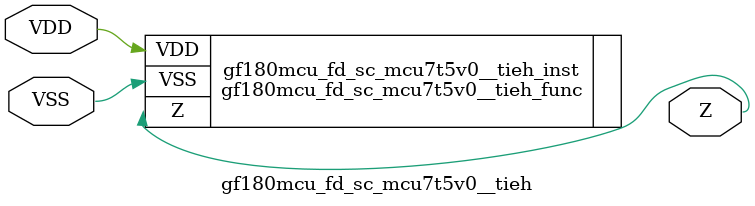
<source format=v>

module gf180mcu_fd_sc_mcu7t5v0__tieh( Z, VDD, VSS );
inout VDD, VSS;
output Z;

   `ifdef FUNCTIONAL  //  functional //

	gf180mcu_fd_sc_mcu7t5v0__tieh_func gf180mcu_fd_sc_mcu7t5v0__tieh_behav_inst(.Z(Z),.VDD(VDD),.VSS(VSS));

   `else

	gf180mcu_fd_sc_mcu7t5v0__tieh_func gf180mcu_fd_sc_mcu7t5v0__tieh_inst(.Z(Z),.VDD(VDD),.VSS(VSS));

	// spec_gates_begin


	// spec_gates_end



   specify

	// specify_block_begin

	// specify_block_end

   endspecify

   `endif

endmodule

</source>
